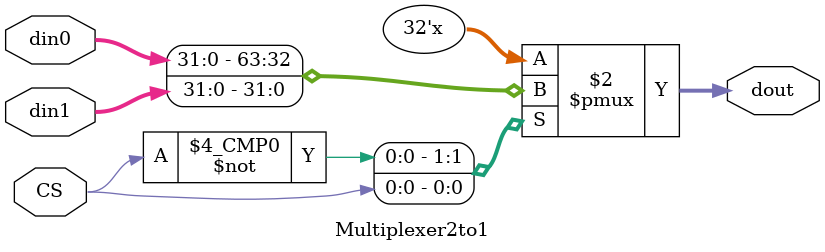
<source format=v>
module Multiplexer2to1 #(
    parameter width = 32
) 
(
    input [0:0] CS,

    input [width-1:0] din0,
    input [width-1:0] din1,

    output reg [width-1:0] dout
);

always @(*) begin
    case (CS)
        1'b0: dout = din0;
        1'b1: dout = din1; 
        default: dout = 32'd0;
    endcase
end
    
endmodule
</source>
